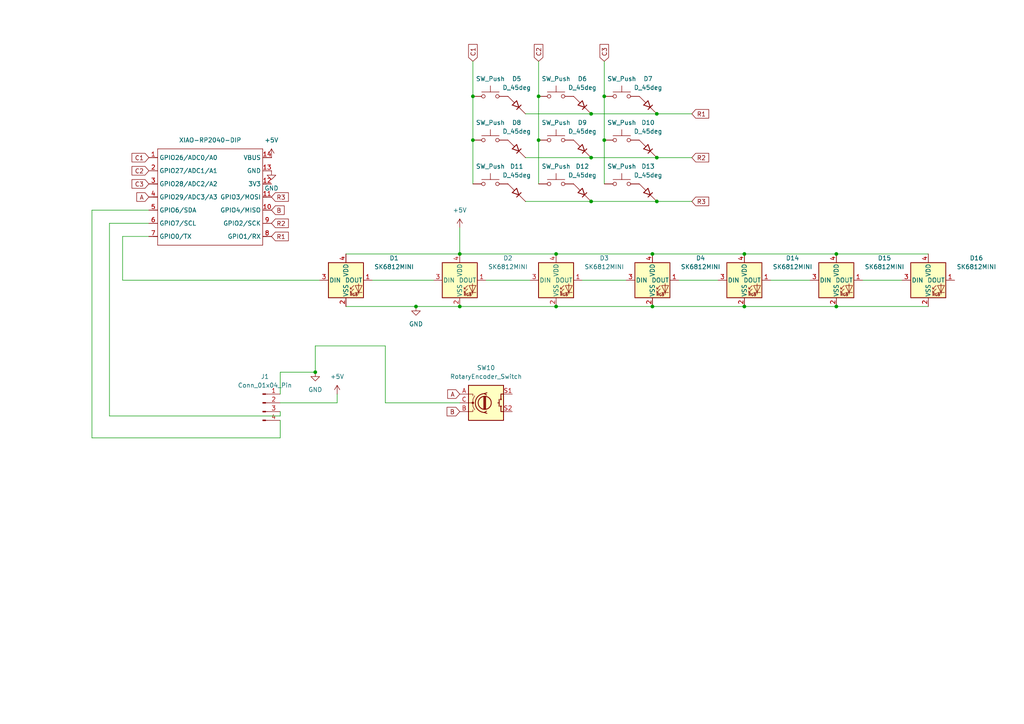
<source format=kicad_sch>
(kicad_sch (version 20250114) (generator "eeschema") (generator_version "9.0")
  (paper "A4")
  (lib_symbols
    (symbol "Connector:Conn_01x04_Pin" (pin_names (offset 1.016) (hide yes))
      (property "Reference" "J" (at 0 5.08 0))
      (property "Value" "Conn_01x04_Pin" (at 0 -7.62 0))
      (symbol "Conn_01x04_Pin_1_1"
        (rectangle (start 0.8636 2.667) (end 0 2.413) (stroke (width 0.1524)) (fill (type outline)))
        (rectangle (start 0.8636 0.127) (end 0 -0.127) (stroke (width 0.1524)) (fill (type outline)))
        (rectangle (start 0.8636 -2.413) (end 0 -2.667) (stroke (width 0.1524)) (fill (type outline)))
        (rectangle (start 0.8636 -4.953) (end 0 -5.207) (stroke (width 0.1524)) (fill (type outline)))
        (polyline (pts (xy 1.27 2.54) (xy 0.8636 2.54)) (stroke (width 0.1524)))
        (polyline (pts (xy 1.27 0) (xy 0.8636 0)) (stroke (width 0.1524)))
        (polyline (pts (xy 1.27 -2.54) (xy 0.8636 -2.54)) (stroke (width 0.1524)))
        (polyline (pts (xy 1.27 -5.08) (xy 0.8636 -5.08)) (stroke (width 0.1524)))
        (pin passive line (at 5.08 2.54 180) (length 3.81) (name "Pin_1") (number "1"))
        (pin passive line (at 5.08 0 180) (length 3.81) (name "Pin_2") (number "2"))
        (pin passive line (at 5.08 -2.54 180) (length 3.81) (name "Pin_3") (number "3"))
        (pin passive line (at 5.08 -5.08 180) (length 3.81) (name "Pin_4") (number "4"))
      )
    )
    (symbol "Device:D_45deg" (pin_numbers (hide yes)) (pin_names (offset 0) (hide yes))
      (property "Reference" "D" (at 1.27 2.54 0))
      (property "Value" "D_45deg" (at 1.27 0 0))
      (symbol "D_45deg_0_1"
        (polyline (pts (xy -1.27 0) (xy 0 1.27) (xy 0.635 -0.635) (xy -1.27 0)) (stroke (width 0.254)))
        (polyline (pts (xy -0.635 0.635) (xy -2.54 2.54)))
        (polyline (pts (xy 0 -1.27) (xy 1.27 0)) (stroke (width 0.254)))
        (polyline (pts (xy 2.54 -2.54) (xy 0.635 -0.635)))
      )
      (symbol "D_45deg_1_1"
        (pin passive line (at -2.54 2.54 0) (length 0) (name "A") (number "2"))
        (pin passive line (at 2.54 -2.54 180) (length 0) (name "K") (number "1"))
      )
    )
    (symbol "Device:RotaryEncoder_Switch" (pin_names (offset 0.254) (hide yes))
      (property "Reference" "SW" (at 0 6.604 0))
      (property "Value" "RotaryEncoder_Switch" (at 0 -6.604 0))
      (symbol "RotaryEncoder_Switch_0_1"
        (rectangle (start -5.08 5.08) (end 5.08 -5.08) (stroke (width 0.254)) (fill (type background)))
        (polyline (pts (xy -5.08 2.54) (xy -3.81 2.54) (xy -3.81 2.032)))
        (polyline (pts (xy -5.08 0) (xy -3.81 0) (xy -3.81 -1.016) (xy -3.302 -2.032)))
        (polyline (pts (xy -5.08 -2.54) (xy -3.81 -2.54) (xy -3.81 -2.032)))
        (polyline (pts (xy -4.318 0) (xy -3.81 0) (xy -3.81 1.016) (xy -3.302 2.032)))
        (circle (center -3.81 0) (radius 0.254) (fill (type outline)))
        (polyline (pts (xy -0.635 -1.778) (xy -0.635 1.778)) (stroke (width 0.254)))
        (circle (center -0.381 0) (radius 1.905) (stroke (width 0.254)))
        (polyline (pts (xy -0.381 -1.778) (xy -0.381 1.778)) (stroke (width 0.254)))
        (arc (start -0.381 -2.794) (mid -3.0988 -0.0635) (end -0.381 2.667) (stroke (width 0.254)))
        (polyline (pts (xy -0.127 1.778) (xy -0.127 -1.778)) (stroke (width 0.254)))
        (polyline (pts (xy 0.254 2.921) (xy -0.508 2.667) (xy 0.127 2.286)) (stroke (width 0.254)))
        (polyline (pts (xy 0.254 -3.048) (xy -0.508 -2.794) (xy 0.127 -2.413)) (stroke (width 0.254)))
        (polyline (pts (xy 3.81 1.016) (xy 3.81 -1.016)) (stroke (width 0.254)))
        (polyline (pts (xy 3.81 0) (xy 3.429 0)) (stroke (width 0.254)))
        (circle (center 4.318 1.016) (radius 0.127) (stroke (width 0.254)))
        (circle (center 4.318 -1.016) (radius 0.127) (stroke (width 0.254)))
        (polyline (pts (xy 5.08 2.54) (xy 4.318 2.54) (xy 4.318 1.016)) (stroke (width 0.254)))
        (polyline (pts (xy 5.08 -2.54) (xy 4.318 -2.54) (xy 4.318 -1.016)) (stroke (width 0.254)))
      )
      (symbol "RotaryEncoder_Switch_1_1"
        (pin passive line (at -7.62 2.54 0) (length 2.54) (name "A") (number "A"))
        (pin passive line (at -7.62 0 0) (length 2.54) (name "C") (number "C"))
        (pin passive line (at -7.62 -2.54 0) (length 2.54) (name "B") (number "B"))
        (pin passive line (at 7.62 2.54 180) (length 2.54) (name "S1") (number "S1"))
        (pin passive line (at 7.62 -2.54 180) (length 2.54) (name "S2") (number "S2"))
      )
    )
    (symbol "LED:SK6812MINI" (pin_names (offset 0.254))
      (property "Reference" "D" (at 5.08 5.715 0))
      (property "Value" "SK6812MINI" (at 1.27 -5.715 0))
      (symbol "SK6812MINI_0_0"
        (text "RGB" (at 2.286 -4.191 0) (effects (font (size 0.762 0.762))))
      )
      (symbol "SK6812MINI_0_1"
        (polyline (pts (xy 1.27 -2.54) (xy 1.778 -2.54)))
        (polyline (pts (xy 1.27 -3.556) (xy 1.778 -3.556)))
        (polyline (pts (xy 2.286 -1.524) (xy 1.27 -2.54) (xy 1.27 -2.032)))
        (polyline (pts (xy 2.286 -2.54) (xy 1.27 -3.556) (xy 1.27 -3.048)))
        (polyline (pts (xy 3.683 -1.016) (xy 3.683 -3.556) (xy 3.683 -4.064)))
        (polyline (pts (xy 4.699 -1.524) (xy 2.667 -1.524) (xy 3.683 -3.556) (xy 4.699 -1.524)))
        (polyline (pts (xy 4.699 -3.556) (xy 2.667 -3.556)))
        (rectangle (start 5.08 5.08) (end -5.08 -5.08) (stroke (width 0.254)) (fill (type background)))
      )
      (symbol "SK6812MINI_1_1"
        (pin input line (at -7.62 0 0) (length 2.54) (name "DIN") (number "3"))
        (pin power_in line (at 0 7.62 270) (length 2.54) (name "VDD") (number "4"))
        (pin power_in line (at 0 -7.62 90) (length 2.54) (name "VSS") (number "2"))
        (pin output line (at 7.62 0 180) (length 2.54) (name "DOUT") (number "1"))
      )
    )
    (symbol "OPL:XIAO-RP2040-DIP"
      (property "Reference" "U" (at 0 0 0))
      (property "Value" "XIAO-RP2040-DIP" (at 5.334 -1.778 0))
      (symbol "XIAO-RP2040-DIP_1_0"
        (polyline (pts (xy -1.27 -2.54) (xy 29.21 -2.54)) (stroke (width 0.1524)))
        (polyline (pts (xy -1.27 -5.08) (xy -2.54 -5.08)) (stroke (width 0.1524)))
        (polyline (pts (xy -1.27 -5.08) (xy -1.27 -2.54)) (stroke (width 0.1524)))
        (polyline (pts (xy -1.27 -8.89) (xy -2.54 -8.89)) (stroke (width 0.1524)))
        (polyline (pts (xy -1.27 -8.89) (xy -1.27 -5.08)) (stroke (width 0.1524)))
        (polyline (pts (xy -1.27 -12.7) (xy -2.54 -12.7)) (stroke (width 0.1524)))
        (polyline (pts (xy -1.27 -12.7) (xy -1.27 -8.89)) (stroke (width 0.1524)))
        (polyline (pts (xy -1.27 -16.51) (xy -2.54 -16.51)) (stroke (width 0.1524)))
        (polyline (pts (xy -1.27 -16.51) (xy -1.27 -12.7)) (stroke (width 0.1524)))
        (polyline (pts (xy -1.27 -20.32) (xy -2.54 -20.32)) (stroke (width 0.1524)))
        (polyline (pts (xy -1.27 -24.13) (xy -2.54 -24.13)) (stroke (width 0.1524)))
        (polyline (pts (xy -1.27 -27.94) (xy -2.54 -27.94)) (stroke (width 0.1524)))
        (polyline (pts (xy -1.27 -30.48) (xy -1.27 -16.51)) (stroke (width 0.1524)))
        (polyline (pts (xy 29.21 -2.54) (xy 29.21 -5.08)) (stroke (width 0.1524)))
        (polyline (pts (xy 29.21 -5.08) (xy 29.21 -8.89)) (stroke (width 0.1524)))
        (polyline (pts (xy 29.21 -8.89) (xy 29.21 -12.7)) (stroke (width 0.1524)))
        (polyline (pts (xy 29.21 -12.7) (xy 29.21 -30.48)) (stroke (width 0.1524)))
        (polyline (pts (xy 29.21 -30.48) (xy -1.27 -30.48)) (stroke (width 0.1524)))
        (polyline (pts (xy 30.48 -5.08) (xy 29.21 -5.08)) (stroke (width 0.1524)))
        (polyline (pts (xy 30.48 -8.89) (xy 29.21 -8.89)) (stroke (width 0.1524)))
        (polyline (pts (xy 30.48 -12.7) (xy 29.21 -12.7)) (stroke (width 0.1524)))
        (polyline (pts (xy 30.48 -16.51) (xy 29.21 -16.51)) (stroke (width 0.1524)))
        (polyline (pts (xy 30.48 -20.32) (xy 29.21 -20.32)) (stroke (width 0.1524)))
        (polyline (pts (xy 30.48 -24.13) (xy 29.21 -24.13)) (stroke (width 0.1524)))
        (polyline (pts (xy 30.48 -27.94) (xy 29.21 -27.94)) (stroke (width 0.1524)))
        (pin passive line (at -3.81 -5.08 0) (length 2.54) (name "GPIO26/ADC0/A0") (number "1"))
        (pin passive line (at -3.81 -8.89 0) (length 2.54) (name "GPIO27/ADC1/A1") (number "2"))
        (pin passive line (at -3.81 -12.7 0) (length 2.54) (name "GPIO28/ADC2/A2") (number "3"))
        (pin passive line (at -3.81 -16.51 0) (length 2.54) (name "GPIO29/ADC3/A3") (number "4"))
        (pin passive line (at -3.81 -20.32 0) (length 2.54) (name "GPIO6/SDA") (number "5"))
        (pin passive line (at -3.81 -24.13 0) (length 2.54) (name "GPIO7/SCL") (number "6"))
        (pin passive line (at -3.81 -27.94 0) (length 2.54) (name "GPIO0/TX") (number "7"))
        (pin passive line (at 31.75 -5.08 180) (length 2.54) (name "VBUS") (number "14"))
        (pin passive line (at 31.75 -8.89 180) (length 2.54) (name "GND") (number "13"))
        (pin passive line (at 31.75 -12.7 180) (length 2.54) (name "3V3") (number "12"))
        (pin passive line (at 31.75 -16.51 180) (length 2.54) (name "GPIO3/MOSI") (number "11"))
        (pin passive line (at 31.75 -20.32 180) (length 2.54) (name "GPIO4/MISO") (number "10"))
        (pin passive line (at 31.75 -24.13 180) (length 2.54) (name "GPIO2/SCK") (number "9"))
        (pin passive line (at 31.75 -27.94 180) (length 2.54) (name "GPIO1/RX") (number "8"))
      )
    )
    (symbol "Switch:SW_Push" (pin_numbers (hide yes)) (pin_names (offset 1.016) (hide yes))
      (property "Reference" "SW" (at 1.27 2.54 0))
      (property "Value" "SW_Push" (at 0 -1.524 0))
      (symbol "SW_Push_0_1"
        (circle (center -2.032 0) (radius 0.508))
        (polyline (pts (xy 0 1.27) (xy 0 3.048)))
        (circle (center 2.032 0) (radius 0.508))
        (polyline (pts (xy 2.54 1.27) (xy -2.54 1.27)))
        (pin passive line (at -5.08 0 0) (length 2.54) (name "1") (number "1"))
        (pin passive line (at 5.08 0 180) (length 2.54) (name "2") (number "2"))
      )
    )
    (symbol "power:+5V" (power) (pin_numbers (hide yes)) (pin_names (offset 0) (hide yes))
      (property "Value" "+5V" (at 0 3.556 0))
      (symbol "+5V_0_1"
        (polyline (pts (xy -0.762 1.27) (xy 0 2.54)))
        (polyline (pts (xy 0 2.54) (xy 0.762 1.27)))
        (polyline (pts (xy 0 0) (xy 0 2.54)))
      )
      (symbol "+5V_1_1"
        (pin power_in line (at 0 0 90) (length 0) (name "~") (number "1"))
      )
    )
    (symbol "power:GND" (power) (pin_numbers (hide yes)) (pin_names (offset 0) (hide yes))
      (property "Value" "GND" (at 0 -3.81 0))
      (symbol "GND_0_1"
        (polyline (pts (xy 0 0) (xy 0 -1.27) (xy 1.27 -1.27) (xy 0 -2.54) (xy -1.27 -1.27) (xy 0 -1.27)))
      )
      (symbol "GND_1_1"
        (pin power_in line (at 0 0 270) (length 0) (name "~") (number "1"))
      )
    )
  )
  (junction (at 242.57 88.9))
  (junction (at 133.35 73.66))
  (junction (at 242.57 73.66))
  (junction (at 171.45 45.72))
  (junction (at 137.16 40.64))
  (junction (at 215.9 88.9))
  (junction (at 137.16 27.94))
  (junction (at 133.35 88.9))
  (junction (at 171.45 58.42))
  (junction (at 215.9 73.66))
  (junction (at 190.5 58.42))
  (junction (at 156.21 27.94))
  (junction (at 189.23 73.66))
  (junction (at 156.21 40.64))
  (junction (at 171.45 33.02))
  (junction (at 190.5 45.72))
  (junction (at 91.44 107.95))
  (junction (at 120.65 88.9))
  (junction (at 190.5 33.02))
  (junction (at 175.26 27.94))
  (junction (at 161.29 73.66))
  (junction (at 161.29 88.9))
  (junction (at 175.26 40.64))
  (junction (at 189.23 88.9))
  (wire (pts (xy 175.26 40.64) (xy 175.26 53.34)))
  (wire (pts (xy 189.23 88.9) (xy 215.9 88.9)))
  (wire (pts (xy 200.66 33.02) (xy 190.5 33.02)))
  (wire (pts (xy 137.16 40.64) (xy 137.16 53.34)))
  (wire (pts (xy 152.4 58.42) (xy 171.45 58.42)))
  (wire (pts (xy 152.4 33.02) (xy 171.45 33.02)))
  (wire (pts (xy 35.56 81.28) (xy 35.56 68.58)))
  (wire (pts (xy 92.71 81.28) (xy 35.56 81.28)))
  (wire (pts (xy 100.33 73.66) (xy 133.35 73.66)))
  (wire (pts (xy 196.85 81.28) (xy 208.28 81.28)))
  (wire (pts (xy 111.76 100.33) (xy 91.44 100.33)))
  (wire (pts (xy 111.76 116.84) (xy 111.76 100.33)))
  (wire (pts (xy 81.28 127) (xy 81.28 121.92)))
  (wire (pts (xy 189.23 73.66) (xy 215.9 73.66)))
  (wire (pts (xy 161.29 73.66) (xy 189.23 73.66)))
  (wire (pts (xy 140.97 81.28) (xy 153.67 81.28)))
  (wire (pts (xy 137.16 17.78) (xy 137.16 27.94)))
  (wire (pts (xy 223.52 81.28) (xy 234.95 81.28)))
  (wire (pts (xy 100.33 88.9) (xy 120.65 88.9)))
  (wire (pts (xy 156.21 27.94) (xy 156.21 40.64)))
  (wire (pts (xy 31.75 120.65) (xy 81.28 120.65)))
  (wire (pts (xy 81.28 107.95) (xy 81.28 114.3)))
  (wire (pts (xy 97.79 114.3) (xy 97.79 116.84)))
  (wire (pts (xy 175.26 17.78) (xy 175.26 27.94)))
  (wire (pts (xy 152.4 45.72) (xy 171.45 45.72)))
  (wire (pts (xy 171.45 45.72) (xy 190.5 45.72)))
  (wire (pts (xy 137.16 27.94) (xy 137.16 40.64)))
  (wire (pts (xy 133.35 88.9) (xy 161.29 88.9)))
  (wire (pts (xy 200.66 58.42) (xy 190.5 58.42)))
  (wire (pts (xy 250.19 81.28) (xy 261.62 81.28)))
  (wire (pts (xy 171.45 58.42) (xy 190.5 58.42)))
  (wire (pts (xy 133.35 73.66) (xy 161.29 73.66)))
  (wire (pts (xy 91.44 107.95) (xy 81.28 107.95)))
  (wire (pts (xy 26.67 127) (xy 81.28 127)))
  (wire (pts (xy 156.21 17.78) (xy 156.21 27.94)))
  (wire (pts (xy 175.26 27.94) (xy 175.26 40.64)))
  (wire (pts (xy 43.18 60.96) (xy 26.67 60.96)))
  (wire (pts (xy 215.9 88.9) (xy 242.57 88.9)))
  (wire (pts (xy 215.9 73.66) (xy 242.57 73.66)))
  (wire (pts (xy 242.57 88.9) (xy 269.24 88.9)))
  (wire (pts (xy 26.67 60.96) (xy 26.67 127)))
  (wire (pts (xy 91.44 100.33) (xy 91.44 107.95)))
  (wire (pts (xy 35.56 68.58) (xy 43.18 68.58)))
  (wire (pts (xy 31.75 64.77) (xy 31.75 120.65)))
  (wire (pts (xy 43.18 64.77) (xy 31.75 64.77)))
  (wire (pts (xy 168.91 81.28) (xy 181.61 81.28)))
  (wire (pts (xy 161.29 88.9) (xy 189.23 88.9)))
  (wire (pts (xy 81.28 119.38) (xy 81.28 120.65)))
  (wire (pts (xy 81.28 116.84) (xy 97.79 116.84)))
  (wire (pts (xy 171.45 33.02) (xy 190.5 33.02)))
  (wire (pts (xy 133.35 116.84) (xy 111.76 116.84)))
  (wire (pts (xy 156.21 40.64) (xy 156.21 53.34)))
  (wire (pts (xy 107.95 81.28) (xy 125.73 81.28)))
  (wire (pts (xy 133.35 66.04) (xy 133.35 73.66)))
  (wire (pts (xy 242.57 73.66) (xy 269.24 73.66)))
  (wire (pts (xy 120.65 88.9) (xy 133.35 88.9)))
  (wire (pts (xy 200.66 45.72) (xy 190.5 45.72)))
  (global_label "R2" (shape input) (at 78.74 64.77 0) (property "Intersheetrefs" "${INTERSHEET_REFS}" (effects (hide yes))))
  (global_label "R2" (shape input) (at 200.66 45.72 0) (property "Intersheetrefs" "${INTERSHEET_REFS}" (effects (hide yes))))
  (global_label "C1" (shape input) (at 137.16 17.78 90) (property "Intersheetrefs" "${INTERSHEET_REFS}" (effects (hide yes))))
  (global_label "C2" (shape input) (at 43.18 49.53 180) (property "Intersheetrefs" "${INTERSHEET_REFS}" (effects (hide yes))))
  (global_label "C2" (shape input) (at 156.21 17.78 90) (property "Intersheetrefs" "${INTERSHEET_REFS}" (effects (hide yes))))
  (global_label "C1" (shape input) (at 43.18 45.72 180) (property "Intersheetrefs" "${INTERSHEET_REFS}" (effects (hide yes))))
  (global_label "R1" (shape input) (at 78.74 68.58 0) (property "Intersheetrefs" "${INTERSHEET_REFS}" (effects (hide yes))))
  (global_label "C3" (shape input) (at 43.18 53.34 180) (property "Intersheetrefs" "${INTERSHEET_REFS}" (effects (hide yes))))
  (global_label "R3" (shape input) (at 200.66 58.42 0) (property "Intersheetrefs" "${INTERSHEET_REFS}" (effects (hide yes))))
  (global_label "R3" (shape input) (at 78.74 57.15 0) (property "Intersheetrefs" "${INTERSHEET_REFS}" (effects (hide yes))))
  (global_label "C3" (shape input) (at 175.26 17.78 90) (property "Intersheetrefs" "${INTERSHEET_REFS}" (effects (hide yes))))
  (global_label "R1" (shape input) (at 200.66 33.02 0) (property "Intersheetrefs" "${INTERSHEET_REFS}" (effects (hide yes))))
  (global_label "B" (shape input) (at 78.74 60.96 0) (property "Intersheetrefs" "${INTERSHEET_REFS}" (effects (hide yes))))
  (global_label "B" (shape input) (at 133.35 119.38 180) (property "Intersheetrefs" "${INTERSHEET_REFS}" (effects (hide yes))))
  (global_label "A" (shape input) (at 43.18 57.15 180) (property "Intersheetrefs" "${INTERSHEET_REFS}" (effects (hide yes))))
  (global_label "A" (shape input) (at 133.35 114.3 180) (property "Intersheetrefs" "${INTERSHEET_REFS}" (effects (hide yes))))
  (symbol (lib_id "Switch:SW_Push") (at 142.24 40.64 0) (unit 1)
    (property "Reference" "SW2" (effects (hide yes)))
    (property "Value" "SW_Push" (at 142.24 35.56 0))
    (property "Footprint" "Button_Switch_Keyboard:SW_Cherry_MX_1.00u_PCB" (effects (hide yes)))
    (property "Description" "Push button switch, generic, two pins" (effects (hide yes)))
  )
  (symbol (lib_id "Device:D_45deg") (at 149.86 55.88 0) (unit 1)
    (property "Reference" "D11" (at 149.86 48.26 0))
    (property "Value" "D_45deg" (at 149.86 50.8 0))
    (property "Footprint" "Diode_THT:D_A-405_P7.62mm_Horizontal" (effects (hide yes)))
    (property "Description" "Diode, rotated by 45°" (effects (hide yes)))
    (property "Sim.Device" "D" (effects (hide yes)))
    (property "Sim.Pins" "1=K 2=A" (effects (hide yes)))
  )
  (symbol (lib_id "Switch:SW_Push") (at 180.34 40.64 0) (unit 1)
    (property "Reference" "SW8" (effects (hide yes)))
    (property "Value" "SW_Push" (at 180.34 35.56 0))
    (property "Footprint" "Button_Switch_Keyboard:SW_Cherry_MX_1.00u_PCB" (effects (hide yes)))
    (property "Description" "Push button switch, generic, two pins" (effects (hide yes)))
  )
  (symbol (lib_id "LED:SK6812MINI") (at 189.23 81.28 0) (unit 1)
    (property "Reference" "D4" (at 203.2 74.8598 0))
    (property "Value" "SK6812MINI" (at 203.2 77.3998 0))
    (property "Footprint" "LED_SMD:LED_SK6812MINI_PLCC4_3.5x3.5mm_P1.75mm" (effects (hide yes)))
    (property "Datasheet" "https://cdn-shop.adafruit.com/product-files/2686/SK6812MINI_REV.01-1-2.pdf" (effects (hide yes)))
    (property "Description" "RGB LED with integrated controller" (effects (hide yes)))
  )
  (symbol (lib_id "Switch:SW_Push") (at 180.34 27.94 0) (unit 1)
    (property "Reference" "SW7" (effects (hide yes)))
    (property "Value" "SW_Push" (at 180.34 22.86 0))
    (property "Footprint" "Button_Switch_Keyboard:SW_Cherry_MX_1.00u_PCB" (effects (hide yes)))
    (property "Description" "Push button switch, generic, two pins" (effects (hide yes)))
  )
  (symbol (lib_id "power:+5V") (at 133.35 66.04 0) (unit 1)
    (property "Reference" "#PWR02" (effects (hide yes)))
    (property "Value" "+5V" (at 133.35 60.96 0))
    (property "Description" "Power symbol creates a global label with name \"+5V\"" (effects (hide yes)))
  )
  (symbol (lib_id "power:GND") (at 120.65 88.9 0) (unit 1)
    (property "Reference" "#PWR03" (effects (hide yes)))
    (property "Value" "GND" (at 120.65 93.98 0))
    (property "Description" "Power symbol creates a global label with name \"GND\" , ground" (effects (hide yes)))
  )
  (symbol (lib_id "Device:D_45deg") (at 168.91 30.48 0) (unit 1)
    (property "Reference" "D6" (at 168.91 22.86 0))
    (property "Value" "D_45deg" (at 168.91 25.4 0))
    (property "Footprint" "Diode_THT:D_A-405_P7.62mm_Horizontal" (effects (hide yes)))
    (property "Description" "Diode, rotated by 45°" (effects (hide yes)))
    (property "Sim.Device" "D" (effects (hide yes)))
    (property "Sim.Pins" "1=K 2=A" (effects (hide yes)))
  )
  (symbol (lib_id "Device:D_45deg") (at 168.91 43.18 0) (unit 1)
    (property "Reference" "D9" (at 168.91 35.56 0))
    (property "Value" "D_45deg" (at 168.91 38.1 0))
    (property "Footprint" "Diode_THT:D_A-405_P7.62mm_Horizontal" (effects (hide yes)))
    (property "Description" "Diode, rotated by 45°" (effects (hide yes)))
    (property "Sim.Device" "D" (effects (hide yes)))
    (property "Sim.Pins" "1=K 2=A" (effects (hide yes)))
  )
  (symbol (lib_id "LED:SK6812MINI") (at 133.35 81.28 0) (unit 1)
    (property "Reference" "D2" (at 147.32 74.8598 0))
    (property "Value" "SK6812MINI" (at 147.32 77.3998 0))
    (property "Footprint" "LED_SMD:LED_SK6812MINI_PLCC4_3.5x3.5mm_P1.75mm" (effects (hide yes)))
    (property "Datasheet" "https://cdn-shop.adafruit.com/product-files/2686/SK6812MINI_REV.01-1-2.pdf" (effects (hide yes)))
    (property "Description" "RGB LED with integrated controller" (effects (hide yes)))
  )
  (symbol (lib_id "LED:SK6812MINI") (at 242.57 81.28 0) (unit 1)
    (property "Reference" "D15" (at 256.54 74.8598 0))
    (property "Value" "SK6812MINI" (at 256.54 77.3998 0))
    (property "Footprint" "LED_SMD:LED_SK6812MINI_PLCC4_3.5x3.5mm_P1.75mm" (effects (hide yes)))
    (property "Datasheet" "https://cdn-shop.adafruit.com/product-files/2686/SK6812MINI_REV.01-1-2.pdf" (effects (hide yes)))
    (property "Description" "RGB LED with integrated controller" (effects (hide yes)))
  )
  (symbol (lib_id "power:GND") (at 91.44 107.95 0) (unit 1)
    (property "Reference" "#PWR08" (effects (hide yes)))
    (property "Value" "GND" (at 91.44 113.03 0))
    (property "Description" "Power symbol creates a global label with name \"GND\" , ground" (effects (hide yes)))
  )
  (symbol (lib_id "OPL:XIAO-RP2040-DIP") (at 46.99 40.64 0) (unit 1)
    (property "Reference" "U1" (effects (hide yes)))
    (property "Value" "XIAO-RP2040-DIP" (at 60.96 40.64 0))
    (property "Footprint" "OPL:XIAO-RP2040-DIP" (effects (hide yes)))
  )
  (symbol (lib_id "Device:D_45deg") (at 149.86 30.48 0) (unit 1)
    (property "Reference" "D5" (at 149.86 22.86 0))
    (property "Value" "D_45deg" (at 149.86 25.4 0))
    (property "Footprint" "Diode_THT:D_A-405_P7.62mm_Horizontal" (effects (hide yes)))
    (property "Description" "Diode, rotated by 45°" (effects (hide yes)))
    (property "Sim.Device" "D" (effects (hide yes)))
    (property "Sim.Pins" "1=K 2=A" (effects (hide yes)))
  )
  (symbol (lib_id "Switch:SW_Push") (at 180.34 53.34 0) (unit 1)
    (property "Reference" "SW9" (effects (hide yes)))
    (property "Value" "SW_Push" (at 180.34 48.26 0))
    (property "Footprint" "Button_Switch_Keyboard:SW_Cherry_MX_1.00u_PCB" (effects (hide yes)))
    (property "Description" "Push button switch, generic, two pins" (effects (hide yes)))
  )
  (symbol (lib_id "Device:D_45deg") (at 187.96 30.48 0) (unit 1)
    (property "Reference" "D7" (at 187.96 22.86 0))
    (property "Value" "D_45deg" (at 187.96 25.4 0))
    (property "Footprint" "Diode_THT:D_A-405_P7.62mm_Horizontal" (effects (hide yes)))
    (property "Description" "Diode, rotated by 45°" (effects (hide yes)))
    (property "Sim.Device" "D" (effects (hide yes)))
    (property "Sim.Pins" "1=K 2=A" (effects (hide yes)))
  )
  (symbol (lib_id "Device:D_45deg") (at 168.91 55.88 0) (unit 1)
    (property "Reference" "D12" (at 168.91 48.26 0))
    (property "Value" "D_45deg" (at 168.91 50.8 0))
    (property "Footprint" "Diode_THT:D_A-405_P7.62mm_Horizontal" (effects (hide yes)))
    (property "Description" "Diode, rotated by 45°" (effects (hide yes)))
    (property "Sim.Device" "D" (effects (hide yes)))
    (property "Sim.Pins" "1=K 2=A" (effects (hide yes)))
  )
  (symbol (lib_id "Switch:SW_Push") (at 161.29 27.94 0) (unit 1)
    (property "Reference" "SW4" (effects (hide yes)))
    (property "Value" "SW_Push" (at 161.29 22.86 0))
    (property "Footprint" "Button_Switch_Keyboard:SW_Cherry_MX_1.00u_PCB" (effects (hide yes)))
    (property "Description" "Push button switch, generic, two pins" (effects (hide yes)))
  )
  (symbol (lib_id "power:GND") (at 78.74 49.53 0) (unit 1)
    (property "Reference" "#PWR06" (effects (hide yes)))
    (property "Value" "GND" (at 78.74 54.61 0))
    (property "Description" "Power symbol creates a global label with name \"GND\" , ground" (effects (hide yes)))
  )
  (symbol (lib_id "LED:SK6812MINI") (at 269.24 81.28 0) (unit 1)
    (property "Reference" "D16" (at 283.21 74.8598 0))
    (property "Value" "SK6812MINI" (at 283.21 77.3998 0))
    (property "Footprint" "LED_SMD:LED_SK6812MINI_PLCC4_3.5x3.5mm_P1.75mm" (effects (hide yes)))
    (property "Datasheet" "https://cdn-shop.adafruit.com/product-files/2686/SK6812MINI_REV.01-1-2.pdf" (effects (hide yes)))
    (property "Description" "RGB LED with integrated controller" (effects (hide yes)))
  )
  (symbol (lib_id "LED:SK6812MINI") (at 100.33 81.28 0) (unit 1)
    (property "Reference" "D1" (at 114.3 74.8598 0))
    (property "Value" "SK6812MINI" (at 114.3 77.3998 0))
    (property "Footprint" "LED_SMD:LED_SK6812MINI_PLCC4_3.5x3.5mm_P1.75mm" (effects (hide yes)))
    (property "Datasheet" "https://cdn-shop.adafruit.com/product-files/2686/SK6812MINI_REV.01-1-2.pdf" (effects (hide yes)))
    (property "Description" "RGB LED with integrated controller" (effects (hide yes)))
  )
  (symbol (lib_id "Switch:SW_Push") (at 142.24 27.94 0) (unit 1)
    (property "Reference" "SW1" (effects (hide yes)))
    (property "Value" "SW_Push" (at 142.24 22.86 0))
    (property "Footprint" "Button_Switch_Keyboard:SW_Cherry_MX_1.00u_PCB" (effects (hide yes)))
    (property "Description" "Push button switch, generic, two pins" (effects (hide yes)))
  )
  (symbol (lib_id "Switch:SW_Push") (at 161.29 53.34 0) (unit 1)
    (property "Reference" "SW6" (effects (hide yes)))
    (property "Value" "SW_Push" (at 161.29 48.26 0))
    (property "Footprint" "Button_Switch_Keyboard:SW_Cherry_MX_1.00u_PCB" (effects (hide yes)))
    (property "Description" "Push button switch, generic, two pins" (effects (hide yes)))
  )
  (symbol (lib_id "Device:D_45deg") (at 149.86 43.18 0) (unit 1)
    (property "Reference" "D8" (at 149.86 35.56 0))
    (property "Value" "D_45deg" (at 149.86 38.1 0))
    (property "Footprint" "Diode_THT:D_A-405_P7.62mm_Horizontal" (effects (hide yes)))
    (property "Description" "Diode, rotated by 45°" (effects (hide yes)))
    (property "Sim.Device" "D" (effects (hide yes)))
    (property "Sim.Pins" "1=K 2=A" (effects (hide yes)))
  )
  (symbol (lib_id "LED:SK6812MINI") (at 215.9 81.28 0) (unit 1)
    (property "Reference" "D14" (at 229.87 74.8598 0))
    (property "Value" "SK6812MINI" (at 229.87 77.3998 0))
    (property "Footprint" "LED_SMD:LED_SK6812MINI_PLCC4_3.5x3.5mm_P1.75mm" (effects (hide yes)))
    (property "Datasheet" "https://cdn-shop.adafruit.com/product-files/2686/SK6812MINI_REV.01-1-2.pdf" (effects (hide yes)))
    (property "Description" "RGB LED with integrated controller" (effects (hide yes)))
  )
  (symbol (lib_id "LED:SK6812MINI") (at 161.29 81.28 0) (unit 1)
    (property "Reference" "D3" (at 175.26 74.8598 0))
    (property "Value" "SK6812MINI" (at 175.26 77.3998 0))
    (property "Footprint" "LED_SMD:LED_SK6812MINI_PLCC4_3.5x3.5mm_P1.75mm" (effects (hide yes)))
    (property "Datasheet" "https://cdn-shop.adafruit.com/product-files/2686/SK6812MINI_REV.01-1-2.pdf" (effects (hide yes)))
    (property "Description" "RGB LED with integrated controller" (effects (hide yes)))
  )
  (symbol (lib_id "Switch:SW_Push") (at 161.29 40.64 0) (unit 1)
    (property "Reference" "SW5" (effects (hide yes)))
    (property "Value" "SW_Push" (at 161.29 35.56 0))
    (property "Footprint" "Button_Switch_Keyboard:SW_Cherry_MX_1.00u_PCB" (effects (hide yes)))
    (property "Description" "Push button switch, generic, two pins" (effects (hide yes)))
  )
  (symbol (lib_id "power:+5V") (at 97.79 114.3 0) (unit 1)
    (property "Reference" "#PWR09" (effects (hide yes)))
    (property "Value" "+5V" (at 97.79 109.22 0))
    (property "Description" "Power symbol creates a global label with name \"+5V\"" (effects (hide yes)))
  )
  (symbol (lib_id "Device:RotaryEncoder_Switch") (at 140.97 116.84 0) (unit 1)
    (property "Reference" "SW10" (at 140.97 106.68 0))
    (property "Value" "RotaryEncoder_Switch" (at 140.97 109.22 0))
    (property "Footprint" "OLED:RotaryEncoder_Alps_EC11E_Vertical_H20mm" (effects (hide yes)))
    (property "Description" "Rotary encoder, dual channel, incremental quadrate outputs, with switch" (effects (hide yes)))
  )
  (symbol (lib_id "Device:D_45deg") (at 187.96 43.18 0) (unit 1)
    (property "Reference" "D10" (at 187.96 35.56 0))
    (property "Value" "D_45deg" (at 187.96 38.1 0))
    (property "Footprint" "Diode_THT:D_A-405_P7.62mm_Horizontal" (effects (hide yes)))
    (property "Description" "Diode, rotated by 45°" (effects (hide yes)))
    (property "Sim.Device" "D" (effects (hide yes)))
    (property "Sim.Pins" "1=K 2=A" (effects (hide yes)))
  )
  (symbol (lib_id "power:+5V") (at 78.74 45.72 0) (unit 1)
    (property "Reference" "#PWR05" (effects (hide yes)))
    (property "Value" "+5V" (at 78.74 40.64 0))
    (property "Description" "Power symbol creates a global label with name \"+5V\"" (effects (hide yes)))
  )
  (symbol (lib_id "Switch:SW_Push") (at 142.24 53.34 0) (unit 1)
    (property "Reference" "SW3" (effects (hide yes)))
    (property "Value" "SW_Push" (at 142.24 48.26 0))
    (property "Footprint" "Button_Switch_Keyboard:SW_Cherry_MX_1.00u_PCB" (effects (hide yes)))
    (property "Description" "Push button switch, generic, two pins" (effects (hide yes)))
  )
  (symbol (lib_id "Device:D_45deg") (at 187.96 55.88 0) (unit 1)
    (property "Reference" "D13" (at 187.96 48.26 0))
    (property "Value" "D_45deg" (at 187.96 50.8 0))
    (property "Footprint" "Diode_THT:D_A-405_P7.62mm_Horizontal" (effects (hide yes)))
    (property "Description" "Diode, rotated by 45°" (effects (hide yes)))
    (property "Sim.Device" "D" (effects (hide yes)))
    (property "Sim.Pins" "1=K 2=A" (effects (hide yes)))
  )
  (symbol (lib_id "Connector:Conn_01x04_Pin") (at 76.2 116.84 0) (unit 1)
    (property "Reference" "J1" (at 76.835 109.22 0))
    (property "Value" "Conn_01x04_Pin" (at 76.835 111.76 0))
    (property "Footprint" "OLED:SSD1306-0.91-OLED-4pin-128x32" (effects (hide yes)))
    (property "Description" "Generic connector, single row, 01x04, script generated" (effects (hide yes)))
  )
)
</source>
